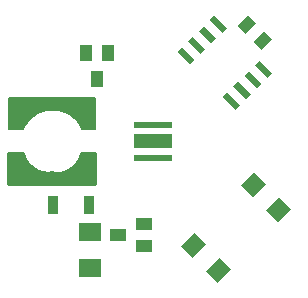
<source format=gtp>
G75*
%MOIN*%
%OFA0B0*%
%FSLAX25Y25*%
%IPPOS*%
%LPD*%
%AMOC8*
5,1,8,0,0,1.08239X$1,22.5*
%
%ADD10R,0.05000X0.05000*%
%ADD11C,0.01200*%
%ADD12C,0.00160*%
%ADD13C,0.00500*%
%ADD14R,0.12992X0.01969*%
%ADD15R,0.12992X0.05118*%
%ADD16R,0.03937X0.05512*%
%ADD17R,0.06299X0.05512*%
%ADD18R,0.05512X0.03937*%
%ADD19R,0.03543X0.06299*%
%ADD20R,0.03543X0.05118*%
%ADD21R,0.02165X0.05906*%
%ADD22R,0.07480X0.06299*%
D10*
X0086061Y0071189D03*
X0086061Y0094811D03*
D11*
X0084093Y0078866D02*
X0088620Y0078866D01*
X0088620Y0068630D01*
X0059880Y0068630D01*
X0059880Y0078866D01*
X0064407Y0078866D01*
X0064770Y0077609D01*
X0065324Y0076424D01*
X0066058Y0075340D01*
X0066951Y0074384D01*
X0067983Y0073580D01*
X0069129Y0072947D01*
X0070359Y0072501D01*
X0071644Y0072253D01*
X0072951Y0072209D01*
X0074250Y0072370D01*
X0075556Y0072162D01*
X0076879Y0072170D01*
X0078182Y0072396D01*
X0079431Y0072832D01*
X0080591Y0073467D01*
X0081631Y0074284D01*
X0082523Y0075261D01*
X0083243Y0076371D01*
X0083771Y0077583D01*
X0084093Y0078866D01*
X0083934Y0078234D02*
X0088620Y0078234D01*
X0088620Y0077036D02*
X0083532Y0077036D01*
X0082897Y0075837D02*
X0088620Y0075837D01*
X0088620Y0074639D02*
X0081955Y0074639D01*
X0080541Y0073440D02*
X0088620Y0073440D01*
X0088620Y0072242D02*
X0077292Y0072242D01*
X0075053Y0072242D02*
X0073218Y0072242D01*
X0071968Y0072242D02*
X0059880Y0072242D01*
X0059880Y0073440D02*
X0068235Y0073440D01*
X0066713Y0074639D02*
X0059880Y0074639D01*
X0059880Y0075837D02*
X0065721Y0075837D01*
X0065038Y0077036D02*
X0059880Y0077036D01*
X0059880Y0078234D02*
X0064589Y0078234D01*
X0059880Y0071043D02*
X0088620Y0071043D01*
X0088620Y0069845D02*
X0059880Y0069845D01*
X0059880Y0068646D02*
X0088620Y0068646D01*
D12*
X0085354Y0087643D02*
X0084027Y0087085D01*
X0083922Y0087323D01*
X0083810Y0087558D01*
X0083694Y0087790D01*
X0083571Y0088019D01*
X0083443Y0088245D01*
X0083309Y0088468D01*
X0083170Y0088688D01*
X0083026Y0088904D01*
X0082876Y0089117D01*
X0082722Y0089326D01*
X0082562Y0089531D01*
X0082397Y0089732D01*
X0082228Y0089929D01*
X0082054Y0090122D01*
X0081875Y0090310D01*
X0081691Y0090494D01*
X0081503Y0090674D01*
X0081311Y0090849D01*
X0081114Y0091019D01*
X0080914Y0091184D01*
X0080709Y0091345D01*
X0080501Y0091500D01*
X0080289Y0091650D01*
X0080073Y0091796D01*
X0079854Y0091935D01*
X0079632Y0092070D01*
X0079406Y0092198D01*
X0079177Y0092322D01*
X0078945Y0092440D01*
X0078711Y0092552D01*
X0078474Y0092658D01*
X0078234Y0092758D01*
X0077992Y0092853D01*
X0077747Y0092942D01*
X0077501Y0093024D01*
X0077253Y0093101D01*
X0077002Y0093171D01*
X0076751Y0093236D01*
X0076497Y0093294D01*
X0076243Y0093346D01*
X0075987Y0093392D01*
X0075730Y0093432D01*
X0075472Y0093465D01*
X0075213Y0093492D01*
X0074954Y0093513D01*
X0074695Y0093527D01*
X0074435Y0093535D01*
X0074175Y0093537D01*
X0073915Y0093532D01*
X0073656Y0093521D01*
X0073396Y0093504D01*
X0073137Y0093480D01*
X0072879Y0093450D01*
X0072622Y0093414D01*
X0072365Y0093372D01*
X0072110Y0093323D01*
X0071856Y0093268D01*
X0071603Y0093207D01*
X0071352Y0093140D01*
X0071103Y0093066D01*
X0070855Y0092987D01*
X0070610Y0092901D01*
X0070367Y0092810D01*
X0070125Y0092713D01*
X0069887Y0092610D01*
X0069651Y0092501D01*
X0069418Y0092386D01*
X0069187Y0092266D01*
X0068960Y0092140D01*
X0068736Y0092008D01*
X0068515Y0091872D01*
X0068297Y0091729D01*
X0068083Y0091582D01*
X0067873Y0091429D01*
X0067666Y0091272D01*
X0067463Y0091109D01*
X0067265Y0090941D01*
X0067070Y0090769D01*
X0066880Y0090592D01*
X0066694Y0090410D01*
X0066512Y0090224D01*
X0066336Y0090033D01*
X0066163Y0089839D01*
X0065996Y0089640D01*
X0065834Y0089437D01*
X0065676Y0089230D01*
X0065524Y0089019D01*
X0065377Y0088805D01*
X0065235Y0088587D01*
X0065099Y0088366D01*
X0064967Y0088142D01*
X0064842Y0087914D01*
X0064722Y0087683D01*
X0064608Y0087450D01*
X0064499Y0087214D01*
X0064396Y0086975D01*
X0063063Y0087518D01*
X0063179Y0087790D01*
X0063302Y0088058D01*
X0063432Y0088323D01*
X0063568Y0088585D01*
X0063710Y0088844D01*
X0063859Y0089099D01*
X0064014Y0089351D01*
X0064175Y0089598D01*
X0064342Y0089842D01*
X0064515Y0090081D01*
X0064693Y0090316D01*
X0064878Y0090547D01*
X0065068Y0090773D01*
X0065263Y0090994D01*
X0065464Y0091211D01*
X0065670Y0091422D01*
X0065881Y0091629D01*
X0066097Y0091830D01*
X0066318Y0092026D01*
X0066543Y0092217D01*
X0066773Y0092402D01*
X0067008Y0092581D01*
X0067247Y0092754D01*
X0067490Y0092922D01*
X0067737Y0093084D01*
X0067988Y0093239D01*
X0068243Y0093389D01*
X0068501Y0093532D01*
X0068763Y0093669D01*
X0069028Y0093799D01*
X0069296Y0093923D01*
X0069567Y0094040D01*
X0069841Y0094151D01*
X0070117Y0094255D01*
X0070396Y0094352D01*
X0070677Y0094442D01*
X0070960Y0094525D01*
X0071245Y0094602D01*
X0071532Y0094671D01*
X0071821Y0094734D01*
X0072111Y0094789D01*
X0072402Y0094837D01*
X0072695Y0094879D01*
X0072988Y0094913D01*
X0073282Y0094939D01*
X0073577Y0094959D01*
X0073872Y0094972D01*
X0074167Y0094977D01*
X0074462Y0094975D01*
X0074757Y0094966D01*
X0075052Y0094949D01*
X0075347Y0094926D01*
X0075640Y0094895D01*
X0075933Y0094857D01*
X0076225Y0094812D01*
X0076516Y0094760D01*
X0076805Y0094701D01*
X0077093Y0094635D01*
X0077379Y0094561D01*
X0077663Y0094481D01*
X0077945Y0094394D01*
X0078225Y0094300D01*
X0078502Y0094199D01*
X0078777Y0094092D01*
X0079050Y0093978D01*
X0079319Y0093857D01*
X0079586Y0093729D01*
X0079849Y0093596D01*
X0080109Y0093455D01*
X0080365Y0093309D01*
X0080618Y0093156D01*
X0080867Y0092997D01*
X0081112Y0092832D01*
X0081352Y0092662D01*
X0081589Y0092485D01*
X0081821Y0092303D01*
X0082049Y0092115D01*
X0082272Y0091921D01*
X0082490Y0091722D01*
X0082704Y0091518D01*
X0082912Y0091309D01*
X0083115Y0091095D01*
X0083313Y0090875D01*
X0083505Y0090651D01*
X0083692Y0090423D01*
X0083874Y0090190D01*
X0084049Y0089952D01*
X0084219Y0089711D01*
X0084383Y0089465D01*
X0084540Y0089215D01*
X0084692Y0088962D01*
X0084837Y0088705D01*
X0084976Y0088444D01*
X0085109Y0088181D01*
X0085235Y0087914D01*
X0085355Y0087644D01*
X0085215Y0087585D01*
X0085097Y0087852D01*
X0084973Y0088115D01*
X0084842Y0088376D01*
X0084704Y0088633D01*
X0084561Y0088887D01*
X0084411Y0089137D01*
X0084256Y0089384D01*
X0084094Y0089626D01*
X0083926Y0089865D01*
X0083753Y0090099D01*
X0083574Y0090329D01*
X0083389Y0090555D01*
X0083199Y0090776D01*
X0083004Y0090993D01*
X0082803Y0091204D01*
X0082598Y0091411D01*
X0082387Y0091612D01*
X0082171Y0091809D01*
X0081951Y0092000D01*
X0081726Y0092185D01*
X0081497Y0092365D01*
X0081263Y0092540D01*
X0081025Y0092708D01*
X0080783Y0092871D01*
X0080538Y0093028D01*
X0080288Y0093179D01*
X0080035Y0093324D01*
X0079778Y0093462D01*
X0079518Y0093594D01*
X0079255Y0093720D01*
X0078989Y0093839D01*
X0078720Y0093952D01*
X0078449Y0094058D01*
X0078175Y0094158D01*
X0077898Y0094250D01*
X0077620Y0094336D01*
X0077339Y0094416D01*
X0077057Y0094488D01*
X0076773Y0094553D01*
X0076487Y0094612D01*
X0076200Y0094663D01*
X0075912Y0094708D01*
X0075623Y0094745D01*
X0075333Y0094775D01*
X0075042Y0094799D01*
X0074751Y0094815D01*
X0074459Y0094824D01*
X0074168Y0094826D01*
X0073876Y0094821D01*
X0073585Y0094808D01*
X0073294Y0094789D01*
X0073004Y0094762D01*
X0072714Y0094729D01*
X0072425Y0094688D01*
X0072138Y0094640D01*
X0071851Y0094586D01*
X0071566Y0094524D01*
X0071283Y0094456D01*
X0071001Y0094380D01*
X0070722Y0094298D01*
X0070444Y0094209D01*
X0070169Y0094113D01*
X0069896Y0094010D01*
X0069625Y0093901D01*
X0069358Y0093785D01*
X0069093Y0093663D01*
X0068832Y0093534D01*
X0068573Y0093399D01*
X0068318Y0093258D01*
X0068067Y0093110D01*
X0067819Y0092957D01*
X0067575Y0092797D01*
X0067335Y0092632D01*
X0067099Y0092460D01*
X0066867Y0092283D01*
X0066640Y0092101D01*
X0066417Y0091912D01*
X0066199Y0091719D01*
X0065986Y0091520D01*
X0065777Y0091316D01*
X0065574Y0091107D01*
X0065376Y0090894D01*
X0065183Y0090675D01*
X0064995Y0090452D01*
X0064813Y0090224D01*
X0064637Y0089992D01*
X0064466Y0089755D01*
X0064301Y0089515D01*
X0064142Y0089271D01*
X0063989Y0089022D01*
X0063842Y0088770D01*
X0063702Y0088515D01*
X0063567Y0088256D01*
X0063439Y0087994D01*
X0063318Y0087729D01*
X0063202Y0087461D01*
X0063342Y0087404D01*
X0063456Y0087669D01*
X0063576Y0087931D01*
X0063702Y0088189D01*
X0063835Y0088445D01*
X0063974Y0088697D01*
X0064119Y0088945D01*
X0064270Y0089190D01*
X0064427Y0089432D01*
X0064590Y0089669D01*
X0064758Y0089903D01*
X0064933Y0090132D01*
X0065112Y0090357D01*
X0065298Y0090577D01*
X0065488Y0090793D01*
X0065684Y0091004D01*
X0065885Y0091210D01*
X0066090Y0091411D01*
X0066301Y0091608D01*
X0066516Y0091799D01*
X0066736Y0091984D01*
X0066961Y0092165D01*
X0067189Y0092339D01*
X0067422Y0092509D01*
X0067659Y0092672D01*
X0067900Y0092830D01*
X0068145Y0092981D01*
X0068393Y0093127D01*
X0068645Y0093266D01*
X0068900Y0093400D01*
X0069158Y0093527D01*
X0069420Y0093647D01*
X0069684Y0093762D01*
X0069951Y0093869D01*
X0070220Y0093971D01*
X0070492Y0094065D01*
X0070766Y0094153D01*
X0071042Y0094235D01*
X0071321Y0094309D01*
X0071600Y0094377D01*
X0071882Y0094438D01*
X0072164Y0094492D01*
X0072448Y0094539D01*
X0072733Y0094579D01*
X0073019Y0094612D01*
X0073306Y0094638D01*
X0073593Y0094658D01*
X0073881Y0094670D01*
X0074169Y0094675D01*
X0074457Y0094673D01*
X0074744Y0094664D01*
X0075032Y0094648D01*
X0075319Y0094625D01*
X0075605Y0094595D01*
X0075890Y0094558D01*
X0076175Y0094514D01*
X0076458Y0094464D01*
X0076740Y0094406D01*
X0077021Y0094341D01*
X0077300Y0094270D01*
X0077577Y0094192D01*
X0077852Y0094107D01*
X0078125Y0094015D01*
X0078395Y0093917D01*
X0078663Y0093812D01*
X0078929Y0093701D01*
X0079192Y0093583D01*
X0079451Y0093459D01*
X0079708Y0093328D01*
X0079961Y0093192D01*
X0080211Y0093049D01*
X0080458Y0092900D01*
X0080700Y0092745D01*
X0080939Y0092585D01*
X0081174Y0092418D01*
X0081405Y0092246D01*
X0081631Y0092068D01*
X0081853Y0091885D01*
X0082071Y0091696D01*
X0082283Y0091502D01*
X0082491Y0091303D01*
X0082694Y0091099D01*
X0082893Y0090891D01*
X0083085Y0090677D01*
X0083273Y0090459D01*
X0083455Y0090236D01*
X0083632Y0090009D01*
X0083803Y0089777D01*
X0083969Y0089542D01*
X0084128Y0089302D01*
X0084282Y0089059D01*
X0084430Y0088812D01*
X0084572Y0088561D01*
X0084707Y0088307D01*
X0084837Y0088050D01*
X0084960Y0087790D01*
X0085076Y0087527D01*
X0084937Y0087468D01*
X0084822Y0087728D01*
X0084700Y0087985D01*
X0084573Y0088239D01*
X0084439Y0088489D01*
X0084299Y0088737D01*
X0084153Y0088980D01*
X0084001Y0089221D01*
X0083844Y0089457D01*
X0083680Y0089690D01*
X0083511Y0089918D01*
X0083337Y0090142D01*
X0083157Y0090362D01*
X0082972Y0090578D01*
X0082781Y0090789D01*
X0082586Y0090995D01*
X0082385Y0091196D01*
X0082180Y0091392D01*
X0081970Y0091584D01*
X0081755Y0091770D01*
X0081536Y0091951D01*
X0081312Y0092126D01*
X0081085Y0092296D01*
X0080853Y0092461D01*
X0080617Y0092619D01*
X0080377Y0092772D01*
X0080134Y0092919D01*
X0079888Y0093060D01*
X0079637Y0093195D01*
X0079384Y0093324D01*
X0079128Y0093446D01*
X0078868Y0093562D01*
X0078606Y0093672D01*
X0078342Y0093776D01*
X0078075Y0093873D01*
X0077805Y0093963D01*
X0077534Y0094047D01*
X0077260Y0094124D01*
X0076985Y0094195D01*
X0076708Y0094258D01*
X0076430Y0094315D01*
X0076150Y0094365D01*
X0075869Y0094409D01*
X0075587Y0094445D01*
X0075305Y0094475D01*
X0075021Y0094497D01*
X0074738Y0094513D01*
X0074454Y0094522D01*
X0074170Y0094524D01*
X0073885Y0094519D01*
X0073602Y0094507D01*
X0073318Y0094488D01*
X0073035Y0094462D01*
X0072753Y0094429D01*
X0072471Y0094390D01*
X0072191Y0094343D01*
X0071912Y0094290D01*
X0071634Y0094230D01*
X0071358Y0094163D01*
X0071084Y0094089D01*
X0070811Y0094009D01*
X0070540Y0093922D01*
X0070272Y0093829D01*
X0070006Y0093729D01*
X0069743Y0093622D01*
X0069482Y0093510D01*
X0069224Y0093391D01*
X0068969Y0093265D01*
X0068717Y0093134D01*
X0068468Y0092996D01*
X0068223Y0092852D01*
X0067982Y0092702D01*
X0067744Y0092547D01*
X0067510Y0092386D01*
X0067280Y0092219D01*
X0067054Y0092046D01*
X0066833Y0091868D01*
X0066616Y0091685D01*
X0066403Y0091496D01*
X0066195Y0091303D01*
X0065992Y0091104D01*
X0065794Y0090900D01*
X0065600Y0090692D01*
X0065412Y0090479D01*
X0065230Y0090261D01*
X0065052Y0090040D01*
X0064880Y0089813D01*
X0064714Y0089583D01*
X0064553Y0089349D01*
X0064398Y0089110D01*
X0064249Y0088869D01*
X0064106Y0088623D01*
X0063969Y0088374D01*
X0063838Y0088122D01*
X0063713Y0087867D01*
X0063594Y0087609D01*
X0063482Y0087347D01*
X0063622Y0087290D01*
X0063733Y0087548D01*
X0063850Y0087803D01*
X0063973Y0088055D01*
X0064102Y0088304D01*
X0064238Y0088549D01*
X0064379Y0088792D01*
X0064526Y0089030D01*
X0064679Y0089265D01*
X0064838Y0089497D01*
X0065002Y0089724D01*
X0065172Y0089947D01*
X0065347Y0090166D01*
X0065527Y0090381D01*
X0065713Y0090591D01*
X0065904Y0090797D01*
X0066099Y0090998D01*
X0066300Y0091194D01*
X0066505Y0091385D01*
X0066715Y0091571D01*
X0066929Y0091752D01*
X0067148Y0091928D01*
X0067371Y0092098D01*
X0067598Y0092263D01*
X0067829Y0092422D01*
X0068063Y0092575D01*
X0068302Y0092723D01*
X0068544Y0092865D01*
X0068789Y0093001D01*
X0069038Y0093131D01*
X0069289Y0093254D01*
X0069544Y0093372D01*
X0069801Y0093483D01*
X0070061Y0093588D01*
X0070324Y0093687D01*
X0070589Y0093779D01*
X0070856Y0093865D01*
X0071125Y0093944D01*
X0071396Y0094017D01*
X0071668Y0094083D01*
X0071942Y0094142D01*
X0072218Y0094195D01*
X0072494Y0094240D01*
X0072772Y0094280D01*
X0073051Y0094312D01*
X0073330Y0094337D01*
X0073610Y0094356D01*
X0073890Y0094368D01*
X0074170Y0094373D01*
X0074451Y0094371D01*
X0074731Y0094362D01*
X0075011Y0094347D01*
X0075291Y0094324D01*
X0075570Y0094295D01*
X0075848Y0094259D01*
X0076125Y0094217D01*
X0076401Y0094167D01*
X0076676Y0094111D01*
X0076949Y0094048D01*
X0077221Y0093978D01*
X0077491Y0093902D01*
X0077759Y0093819D01*
X0078025Y0093730D01*
X0078288Y0093635D01*
X0078549Y0093532D01*
X0078808Y0093424D01*
X0079064Y0093309D01*
X0079317Y0093188D01*
X0079567Y0093061D01*
X0079814Y0092928D01*
X0080057Y0092789D01*
X0080297Y0092644D01*
X0080534Y0092493D01*
X0080767Y0092337D01*
X0080995Y0092174D01*
X0081220Y0092007D01*
X0081441Y0091834D01*
X0081657Y0091655D01*
X0081869Y0091471D01*
X0082076Y0091283D01*
X0082279Y0091089D01*
X0082477Y0090890D01*
X0082670Y0090687D01*
X0082858Y0090478D01*
X0083041Y0090266D01*
X0083218Y0090049D01*
X0083391Y0089827D01*
X0083557Y0089602D01*
X0083719Y0089372D01*
X0083874Y0089139D01*
X0084024Y0088902D01*
X0084168Y0088661D01*
X0084306Y0088417D01*
X0084438Y0088170D01*
X0084564Y0087919D01*
X0084684Y0087666D01*
X0084798Y0087409D01*
X0084659Y0087351D01*
X0084546Y0087604D01*
X0084428Y0087854D01*
X0084304Y0088101D01*
X0084173Y0088345D01*
X0084037Y0088586D01*
X0083895Y0088824D01*
X0083747Y0089058D01*
X0083593Y0089288D01*
X0083434Y0089514D01*
X0083270Y0089737D01*
X0083100Y0089955D01*
X0082924Y0090169D01*
X0082744Y0090379D01*
X0082559Y0090585D01*
X0082368Y0090785D01*
X0082173Y0090981D01*
X0081973Y0091173D01*
X0081768Y0091359D01*
X0081559Y0091540D01*
X0081346Y0091716D01*
X0081128Y0091887D01*
X0080906Y0092053D01*
X0080680Y0092213D01*
X0080451Y0092367D01*
X0080217Y0092516D01*
X0079980Y0092659D01*
X0079740Y0092796D01*
X0079497Y0092928D01*
X0079250Y0093053D01*
X0079000Y0093172D01*
X0078748Y0093286D01*
X0078492Y0093393D01*
X0078235Y0093493D01*
X0077975Y0093588D01*
X0077712Y0093676D01*
X0077448Y0093757D01*
X0077181Y0093833D01*
X0076913Y0093901D01*
X0076644Y0093963D01*
X0076372Y0094019D01*
X0076100Y0094068D01*
X0075827Y0094110D01*
X0075552Y0094145D01*
X0075277Y0094174D01*
X0075001Y0094196D01*
X0074725Y0094211D01*
X0074448Y0094220D01*
X0074171Y0094222D01*
X0073895Y0094217D01*
X0073618Y0094205D01*
X0073342Y0094187D01*
X0073066Y0094162D01*
X0072791Y0094130D01*
X0072517Y0094091D01*
X0072244Y0094046D01*
X0071973Y0093994D01*
X0071702Y0093936D01*
X0071433Y0093870D01*
X0071166Y0093799D01*
X0070900Y0093721D01*
X0070637Y0093636D01*
X0070375Y0093545D01*
X0070116Y0093448D01*
X0069860Y0093344D01*
X0069606Y0093234D01*
X0069355Y0093118D01*
X0069106Y0092996D01*
X0068861Y0092868D01*
X0068619Y0092734D01*
X0068380Y0092594D01*
X0068145Y0092448D01*
X0067913Y0092297D01*
X0067685Y0092140D01*
X0067461Y0091977D01*
X0067241Y0091809D01*
X0067026Y0091636D01*
X0066814Y0091457D01*
X0066607Y0091274D01*
X0066405Y0091085D01*
X0066207Y0090892D01*
X0066014Y0090693D01*
X0065825Y0090491D01*
X0065642Y0090283D01*
X0065464Y0090071D01*
X0065291Y0089855D01*
X0065124Y0089635D01*
X0064962Y0089410D01*
X0064805Y0089182D01*
X0064654Y0088950D01*
X0064509Y0088715D01*
X0064369Y0088476D01*
X0064236Y0088233D01*
X0064108Y0087988D01*
X0063987Y0087739D01*
X0063871Y0087488D01*
X0063762Y0087234D01*
X0063902Y0087177D01*
X0064010Y0087427D01*
X0064124Y0087675D01*
X0064244Y0087921D01*
X0064369Y0088163D01*
X0064501Y0088402D01*
X0064639Y0088638D01*
X0064782Y0088870D01*
X0064931Y0089099D01*
X0065086Y0089324D01*
X0065246Y0089546D01*
X0065411Y0089763D01*
X0065581Y0089976D01*
X0065757Y0090185D01*
X0065938Y0090390D01*
X0066124Y0090590D01*
X0066314Y0090786D01*
X0066509Y0090976D01*
X0066709Y0091162D01*
X0066913Y0091344D01*
X0067122Y0091520D01*
X0067335Y0091691D01*
X0067552Y0091856D01*
X0067773Y0092017D01*
X0067998Y0092172D01*
X0068226Y0092321D01*
X0068458Y0092465D01*
X0068694Y0092603D01*
X0068933Y0092735D01*
X0069175Y0092862D01*
X0069420Y0092982D01*
X0069668Y0093097D01*
X0069918Y0093205D01*
X0070172Y0093307D01*
X0070427Y0093403D01*
X0070685Y0093493D01*
X0070945Y0093576D01*
X0071207Y0093654D01*
X0071471Y0093724D01*
X0071736Y0093788D01*
X0072003Y0093846D01*
X0072271Y0093897D01*
X0072540Y0093942D01*
X0072811Y0093980D01*
X0073082Y0094011D01*
X0073354Y0094036D01*
X0073626Y0094054D01*
X0073899Y0094066D01*
X0074172Y0094071D01*
X0074445Y0094069D01*
X0074718Y0094061D01*
X0074991Y0094045D01*
X0075263Y0094024D01*
X0075534Y0093995D01*
X0075805Y0093960D01*
X0076075Y0093919D01*
X0076344Y0093871D01*
X0076611Y0093816D01*
X0076877Y0093755D01*
X0077142Y0093687D01*
X0077405Y0093613D01*
X0077666Y0093532D01*
X0077924Y0093445D01*
X0078181Y0093352D01*
X0078435Y0093253D01*
X0078687Y0093147D01*
X0078936Y0093036D01*
X0079183Y0092918D01*
X0079426Y0092794D01*
X0079666Y0092665D01*
X0079904Y0092529D01*
X0080137Y0092388D01*
X0080367Y0092241D01*
X0080594Y0092089D01*
X0080817Y0091931D01*
X0081036Y0091768D01*
X0081250Y0091599D01*
X0081461Y0091425D01*
X0081667Y0091247D01*
X0081869Y0091063D01*
X0082067Y0090874D01*
X0082259Y0090681D01*
X0082447Y0090482D01*
X0082630Y0090280D01*
X0082808Y0090073D01*
X0082981Y0089862D01*
X0083149Y0089646D01*
X0083311Y0089427D01*
X0083468Y0089203D01*
X0083620Y0088976D01*
X0083766Y0088745D01*
X0083906Y0088511D01*
X0084041Y0088273D01*
X0084169Y0088033D01*
X0084292Y0087789D01*
X0084409Y0087542D01*
X0084519Y0087292D01*
X0084380Y0087234D01*
X0084271Y0087480D01*
X0084156Y0087723D01*
X0084035Y0087964D01*
X0083908Y0088202D01*
X0083775Y0088436D01*
X0083637Y0088667D01*
X0083493Y0088895D01*
X0083343Y0089119D01*
X0083188Y0089339D01*
X0083028Y0089556D01*
X0082863Y0089768D01*
X0082692Y0089976D01*
X0082516Y0090181D01*
X0082336Y0090380D01*
X0082151Y0090576D01*
X0081960Y0090767D01*
X0081766Y0090953D01*
X0081567Y0091134D01*
X0081363Y0091310D01*
X0081155Y0091482D01*
X0080943Y0091648D01*
X0080727Y0091809D01*
X0080508Y0091965D01*
X0080284Y0092115D01*
X0080057Y0092260D01*
X0079827Y0092399D01*
X0079593Y0092533D01*
X0079356Y0092661D01*
X0079116Y0092783D01*
X0078873Y0092899D01*
X0078627Y0093009D01*
X0078378Y0093113D01*
X0078128Y0093211D01*
X0077874Y0093303D01*
X0077619Y0093389D01*
X0077362Y0093468D01*
X0077102Y0093541D01*
X0076842Y0093608D01*
X0076579Y0093668D01*
X0076315Y0093722D01*
X0076050Y0093770D01*
X0075784Y0093811D01*
X0075517Y0093845D01*
X0075249Y0093873D01*
X0074980Y0093895D01*
X0074712Y0093910D01*
X0074442Y0093918D01*
X0074173Y0093920D01*
X0073904Y0093915D01*
X0073635Y0093904D01*
X0073366Y0093886D01*
X0073098Y0093861D01*
X0072830Y0093830D01*
X0072563Y0093793D01*
X0072298Y0093749D01*
X0072033Y0093698D01*
X0071770Y0093641D01*
X0071508Y0093578D01*
X0071248Y0093508D01*
X0070990Y0093432D01*
X0070733Y0093350D01*
X0070479Y0093261D01*
X0070227Y0093167D01*
X0069977Y0093066D01*
X0069730Y0092959D01*
X0069485Y0092846D01*
X0069243Y0092727D01*
X0069005Y0092602D01*
X0068769Y0092472D01*
X0068537Y0092336D01*
X0068308Y0092194D01*
X0068082Y0092047D01*
X0067861Y0091894D01*
X0067643Y0091736D01*
X0067429Y0091572D01*
X0067219Y0091404D01*
X0067013Y0091230D01*
X0066811Y0091051D01*
X0066614Y0090868D01*
X0066421Y0090679D01*
X0066234Y0090486D01*
X0066050Y0090289D01*
X0065872Y0090087D01*
X0065699Y0089881D01*
X0065530Y0089671D01*
X0065367Y0089456D01*
X0065210Y0089238D01*
X0065057Y0089016D01*
X0064910Y0088790D01*
X0064769Y0088561D01*
X0064633Y0088328D01*
X0064503Y0088093D01*
X0064379Y0087854D01*
X0064260Y0087612D01*
X0064148Y0087367D01*
X0064041Y0087120D01*
X0064181Y0087063D01*
X0064286Y0087307D01*
X0064397Y0087548D01*
X0064514Y0087786D01*
X0064637Y0088022D01*
X0064765Y0088255D01*
X0064899Y0088484D01*
X0065038Y0088710D01*
X0065183Y0088933D01*
X0065334Y0089152D01*
X0065489Y0089367D01*
X0065650Y0089578D01*
X0065816Y0089786D01*
X0065987Y0089989D01*
X0066163Y0090188D01*
X0066343Y0090383D01*
X0066529Y0090573D01*
X0066719Y0090759D01*
X0066913Y0090940D01*
X0067112Y0091116D01*
X0067315Y0091287D01*
X0067522Y0091454D01*
X0067733Y0091615D01*
X0067948Y0091771D01*
X0068167Y0091922D01*
X0068389Y0092067D01*
X0068615Y0092207D01*
X0068844Y0092341D01*
X0069077Y0092470D01*
X0069312Y0092593D01*
X0069551Y0092710D01*
X0069792Y0092821D01*
X0070035Y0092927D01*
X0070282Y0093026D01*
X0070530Y0093119D01*
X0070781Y0093207D01*
X0071034Y0093288D01*
X0071289Y0093363D01*
X0071546Y0093432D01*
X0071804Y0093494D01*
X0072063Y0093550D01*
X0072324Y0093600D01*
X0072586Y0093643D01*
X0072849Y0093680D01*
X0073113Y0093711D01*
X0073378Y0093735D01*
X0073643Y0093753D01*
X0073908Y0093764D01*
X0074174Y0093769D01*
X0074439Y0093767D01*
X0074705Y0093759D01*
X0074970Y0093744D01*
X0075235Y0093723D01*
X0075499Y0093695D01*
X0075763Y0093661D01*
X0076025Y0093621D01*
X0076287Y0093574D01*
X0076547Y0093521D01*
X0076806Y0093461D01*
X0077063Y0093395D01*
X0077319Y0093323D01*
X0077572Y0093245D01*
X0077824Y0093160D01*
X0078074Y0093070D01*
X0078321Y0092973D01*
X0078566Y0092870D01*
X0078809Y0092762D01*
X0079048Y0092647D01*
X0079285Y0092527D01*
X0079519Y0092401D01*
X0079750Y0092269D01*
X0079977Y0092132D01*
X0080201Y0091989D01*
X0080421Y0091841D01*
X0080638Y0091687D01*
X0080851Y0091529D01*
X0081060Y0091365D01*
X0081265Y0091196D01*
X0081466Y0091022D01*
X0081662Y0090843D01*
X0081854Y0090659D01*
X0082042Y0090471D01*
X0082225Y0090278D01*
X0082403Y0090081D01*
X0082576Y0089880D01*
X0082744Y0089674D01*
X0082907Y0089465D01*
X0083065Y0089251D01*
X0083218Y0089034D01*
X0083366Y0088813D01*
X0083508Y0088589D01*
X0083644Y0088361D01*
X0083775Y0088130D01*
X0083900Y0087895D01*
X0084020Y0087658D01*
X0084133Y0087418D01*
X0084241Y0087175D01*
X0084102Y0087117D01*
X0083996Y0087356D01*
X0083884Y0087593D01*
X0083766Y0087827D01*
X0083642Y0088058D01*
X0083513Y0088286D01*
X0083379Y0088510D01*
X0083238Y0088732D01*
X0083093Y0088950D01*
X0082942Y0089164D01*
X0082787Y0089374D01*
X0082626Y0089581D01*
X0082460Y0089784D01*
X0082289Y0089982D01*
X0082113Y0090176D01*
X0081933Y0090366D01*
X0081748Y0090552D01*
X0081559Y0090733D01*
X0081365Y0090909D01*
X0081167Y0091081D01*
X0080965Y0091247D01*
X0080759Y0091409D01*
X0080549Y0091566D01*
X0080335Y0091717D01*
X0080118Y0091863D01*
X0079897Y0092004D01*
X0079673Y0092139D01*
X0079445Y0092269D01*
X0079215Y0092393D01*
X0078981Y0092512D01*
X0078745Y0092625D01*
X0078506Y0092732D01*
X0078264Y0092833D01*
X0078020Y0092929D01*
X0077774Y0093018D01*
X0077526Y0093101D01*
X0077276Y0093179D01*
X0077024Y0093250D01*
X0076770Y0093315D01*
X0076515Y0093373D01*
X0076258Y0093426D01*
X0076000Y0093472D01*
X0075741Y0093512D01*
X0075481Y0093545D01*
X0075221Y0093573D01*
X0074960Y0093594D01*
X0074698Y0093608D01*
X0074437Y0093616D01*
X0074175Y0093618D01*
X0073913Y0093613D01*
X0073651Y0093602D01*
X0073390Y0093585D01*
X0073129Y0093561D01*
X0072869Y0093531D01*
X0072609Y0093494D01*
X0072351Y0093451D01*
X0072094Y0093402D01*
X0071838Y0093347D01*
X0071583Y0093285D01*
X0071330Y0093218D01*
X0071079Y0093144D01*
X0070829Y0093064D01*
X0070582Y0092978D01*
X0070337Y0092885D01*
X0070094Y0092787D01*
X0069854Y0092683D01*
X0069616Y0092574D01*
X0069381Y0092458D01*
X0069149Y0092337D01*
X0068919Y0092210D01*
X0068694Y0092078D01*
X0068471Y0091940D01*
X0068252Y0091796D01*
X0068036Y0091648D01*
X0067824Y0091494D01*
X0067616Y0091335D01*
X0067411Y0091171D01*
X0067211Y0091002D01*
X0067015Y0090829D01*
X0066824Y0090650D01*
X0066636Y0090467D01*
X0066453Y0090279D01*
X0066275Y0090087D01*
X0066102Y0089891D01*
X0065933Y0089691D01*
X0065770Y0089486D01*
X0065611Y0089278D01*
X0065458Y0089066D01*
X0065309Y0088850D01*
X0065166Y0088630D01*
X0065029Y0088407D01*
X0064897Y0088181D01*
X0064770Y0087952D01*
X0064649Y0087719D01*
X0064534Y0087484D01*
X0064425Y0087246D01*
X0064321Y0087006D01*
X0063146Y0078357D02*
X0064473Y0078915D01*
X0064578Y0078677D01*
X0064690Y0078442D01*
X0064806Y0078210D01*
X0064929Y0077981D01*
X0065057Y0077755D01*
X0065191Y0077532D01*
X0065330Y0077312D01*
X0065474Y0077096D01*
X0065624Y0076883D01*
X0065778Y0076674D01*
X0065938Y0076469D01*
X0066103Y0076268D01*
X0066272Y0076071D01*
X0066446Y0075878D01*
X0066625Y0075690D01*
X0066809Y0075506D01*
X0066997Y0075326D01*
X0067189Y0075151D01*
X0067386Y0074981D01*
X0067586Y0074816D01*
X0067791Y0074655D01*
X0067999Y0074500D01*
X0068211Y0074350D01*
X0068427Y0074204D01*
X0068646Y0074065D01*
X0068868Y0073930D01*
X0069094Y0073802D01*
X0069323Y0073678D01*
X0069555Y0073560D01*
X0069789Y0073448D01*
X0070026Y0073342D01*
X0070266Y0073242D01*
X0070508Y0073147D01*
X0070753Y0073058D01*
X0070999Y0072976D01*
X0071247Y0072899D01*
X0071498Y0072829D01*
X0071749Y0072764D01*
X0072003Y0072706D01*
X0072257Y0072654D01*
X0072513Y0072608D01*
X0072770Y0072568D01*
X0073028Y0072535D01*
X0073287Y0072508D01*
X0073546Y0072487D01*
X0073805Y0072473D01*
X0074065Y0072465D01*
X0074325Y0072463D01*
X0074585Y0072468D01*
X0074844Y0072479D01*
X0075104Y0072496D01*
X0075363Y0072520D01*
X0075621Y0072550D01*
X0075878Y0072586D01*
X0076135Y0072628D01*
X0076390Y0072677D01*
X0076644Y0072732D01*
X0076897Y0072793D01*
X0077148Y0072860D01*
X0077397Y0072934D01*
X0077645Y0073013D01*
X0077890Y0073099D01*
X0078133Y0073190D01*
X0078375Y0073287D01*
X0078613Y0073390D01*
X0078849Y0073499D01*
X0079082Y0073614D01*
X0079313Y0073734D01*
X0079540Y0073860D01*
X0079764Y0073992D01*
X0079985Y0074128D01*
X0080203Y0074271D01*
X0080417Y0074418D01*
X0080627Y0074571D01*
X0080834Y0074728D01*
X0081037Y0074891D01*
X0081235Y0075059D01*
X0081430Y0075231D01*
X0081620Y0075408D01*
X0081806Y0075590D01*
X0081988Y0075776D01*
X0082164Y0075967D01*
X0082337Y0076161D01*
X0082504Y0076360D01*
X0082666Y0076563D01*
X0082824Y0076770D01*
X0082976Y0076981D01*
X0083123Y0077195D01*
X0083265Y0077413D01*
X0083401Y0077634D01*
X0083533Y0077858D01*
X0083658Y0078086D01*
X0083778Y0078317D01*
X0083892Y0078550D01*
X0084001Y0078786D01*
X0084104Y0079025D01*
X0085437Y0078482D01*
X0085321Y0078210D01*
X0085198Y0077942D01*
X0085068Y0077677D01*
X0084932Y0077415D01*
X0084790Y0077156D01*
X0084641Y0076901D01*
X0084486Y0076649D01*
X0084325Y0076402D01*
X0084158Y0076158D01*
X0083985Y0075919D01*
X0083807Y0075684D01*
X0083622Y0075453D01*
X0083432Y0075227D01*
X0083237Y0075006D01*
X0083036Y0074789D01*
X0082830Y0074578D01*
X0082619Y0074371D01*
X0082403Y0074170D01*
X0082182Y0073974D01*
X0081957Y0073783D01*
X0081727Y0073598D01*
X0081492Y0073419D01*
X0081253Y0073246D01*
X0081010Y0073078D01*
X0080763Y0072916D01*
X0080512Y0072761D01*
X0080257Y0072611D01*
X0079999Y0072468D01*
X0079737Y0072331D01*
X0079472Y0072201D01*
X0079204Y0072077D01*
X0078933Y0071960D01*
X0078659Y0071849D01*
X0078383Y0071745D01*
X0078104Y0071648D01*
X0077823Y0071558D01*
X0077540Y0071475D01*
X0077255Y0071398D01*
X0076968Y0071329D01*
X0076679Y0071266D01*
X0076389Y0071211D01*
X0076098Y0071163D01*
X0075805Y0071121D01*
X0075512Y0071087D01*
X0075218Y0071061D01*
X0074923Y0071041D01*
X0074628Y0071028D01*
X0074333Y0071023D01*
X0074038Y0071025D01*
X0073743Y0071034D01*
X0073448Y0071051D01*
X0073153Y0071074D01*
X0072860Y0071105D01*
X0072567Y0071143D01*
X0072275Y0071188D01*
X0071984Y0071240D01*
X0071695Y0071299D01*
X0071407Y0071365D01*
X0071121Y0071439D01*
X0070837Y0071519D01*
X0070555Y0071606D01*
X0070275Y0071700D01*
X0069998Y0071801D01*
X0069723Y0071908D01*
X0069450Y0072022D01*
X0069181Y0072143D01*
X0068914Y0072271D01*
X0068651Y0072404D01*
X0068391Y0072545D01*
X0068135Y0072691D01*
X0067882Y0072844D01*
X0067633Y0073003D01*
X0067388Y0073168D01*
X0067148Y0073338D01*
X0066911Y0073515D01*
X0066679Y0073697D01*
X0066451Y0073885D01*
X0066228Y0074079D01*
X0066010Y0074278D01*
X0065796Y0074482D01*
X0065588Y0074691D01*
X0065385Y0074905D01*
X0065187Y0075125D01*
X0064995Y0075349D01*
X0064808Y0075577D01*
X0064626Y0075810D01*
X0064451Y0076048D01*
X0064281Y0076289D01*
X0064117Y0076535D01*
X0063960Y0076785D01*
X0063808Y0077038D01*
X0063663Y0077295D01*
X0063524Y0077556D01*
X0063391Y0077819D01*
X0063265Y0078086D01*
X0063145Y0078356D01*
X0063285Y0078415D01*
X0063403Y0078148D01*
X0063527Y0077885D01*
X0063658Y0077624D01*
X0063796Y0077367D01*
X0063939Y0077113D01*
X0064089Y0076863D01*
X0064244Y0076616D01*
X0064406Y0076374D01*
X0064574Y0076135D01*
X0064747Y0075901D01*
X0064926Y0075671D01*
X0065111Y0075445D01*
X0065301Y0075224D01*
X0065496Y0075007D01*
X0065697Y0074796D01*
X0065902Y0074589D01*
X0066113Y0074388D01*
X0066329Y0074191D01*
X0066549Y0074000D01*
X0066774Y0073815D01*
X0067003Y0073635D01*
X0067237Y0073460D01*
X0067475Y0073292D01*
X0067717Y0073129D01*
X0067962Y0072972D01*
X0068212Y0072821D01*
X0068465Y0072676D01*
X0068722Y0072538D01*
X0068982Y0072406D01*
X0069245Y0072280D01*
X0069511Y0072161D01*
X0069780Y0072048D01*
X0070051Y0071942D01*
X0070325Y0071842D01*
X0070602Y0071750D01*
X0070880Y0071664D01*
X0071161Y0071584D01*
X0071443Y0071512D01*
X0071727Y0071447D01*
X0072013Y0071388D01*
X0072300Y0071337D01*
X0072588Y0071292D01*
X0072877Y0071255D01*
X0073167Y0071225D01*
X0073458Y0071201D01*
X0073749Y0071185D01*
X0074041Y0071176D01*
X0074332Y0071174D01*
X0074624Y0071179D01*
X0074915Y0071192D01*
X0075206Y0071211D01*
X0075496Y0071238D01*
X0075786Y0071271D01*
X0076075Y0071312D01*
X0076362Y0071360D01*
X0076649Y0071414D01*
X0076934Y0071476D01*
X0077217Y0071544D01*
X0077499Y0071620D01*
X0077778Y0071702D01*
X0078056Y0071791D01*
X0078331Y0071887D01*
X0078604Y0071990D01*
X0078875Y0072099D01*
X0079142Y0072215D01*
X0079407Y0072337D01*
X0079668Y0072466D01*
X0079927Y0072601D01*
X0080182Y0072742D01*
X0080433Y0072890D01*
X0080681Y0073043D01*
X0080925Y0073203D01*
X0081165Y0073368D01*
X0081401Y0073540D01*
X0081633Y0073717D01*
X0081860Y0073899D01*
X0082083Y0074088D01*
X0082301Y0074281D01*
X0082514Y0074480D01*
X0082723Y0074684D01*
X0082926Y0074893D01*
X0083124Y0075106D01*
X0083317Y0075325D01*
X0083505Y0075548D01*
X0083687Y0075776D01*
X0083863Y0076008D01*
X0084034Y0076245D01*
X0084199Y0076485D01*
X0084358Y0076729D01*
X0084511Y0076978D01*
X0084658Y0077230D01*
X0084798Y0077485D01*
X0084933Y0077744D01*
X0085061Y0078006D01*
X0085182Y0078271D01*
X0085298Y0078539D01*
X0085158Y0078596D01*
X0085044Y0078331D01*
X0084924Y0078069D01*
X0084798Y0077811D01*
X0084665Y0077555D01*
X0084526Y0077303D01*
X0084381Y0077055D01*
X0084230Y0076810D01*
X0084073Y0076568D01*
X0083910Y0076331D01*
X0083742Y0076097D01*
X0083567Y0075868D01*
X0083388Y0075643D01*
X0083202Y0075423D01*
X0083012Y0075207D01*
X0082816Y0074996D01*
X0082615Y0074790D01*
X0082410Y0074589D01*
X0082199Y0074392D01*
X0081984Y0074201D01*
X0081764Y0074016D01*
X0081539Y0073835D01*
X0081311Y0073661D01*
X0081078Y0073491D01*
X0080841Y0073328D01*
X0080600Y0073170D01*
X0080355Y0073019D01*
X0080107Y0072873D01*
X0079855Y0072734D01*
X0079600Y0072600D01*
X0079342Y0072473D01*
X0079080Y0072353D01*
X0078816Y0072238D01*
X0078549Y0072131D01*
X0078280Y0072029D01*
X0078008Y0071935D01*
X0077734Y0071847D01*
X0077458Y0071765D01*
X0077179Y0071691D01*
X0076900Y0071623D01*
X0076618Y0071562D01*
X0076336Y0071508D01*
X0076052Y0071461D01*
X0075767Y0071421D01*
X0075481Y0071388D01*
X0075194Y0071362D01*
X0074907Y0071342D01*
X0074619Y0071330D01*
X0074331Y0071325D01*
X0074043Y0071327D01*
X0073756Y0071336D01*
X0073468Y0071352D01*
X0073181Y0071375D01*
X0072895Y0071405D01*
X0072610Y0071442D01*
X0072325Y0071486D01*
X0072042Y0071536D01*
X0071760Y0071594D01*
X0071479Y0071659D01*
X0071200Y0071730D01*
X0070923Y0071808D01*
X0070648Y0071893D01*
X0070375Y0071985D01*
X0070105Y0072083D01*
X0069837Y0072188D01*
X0069571Y0072299D01*
X0069308Y0072417D01*
X0069049Y0072541D01*
X0068792Y0072672D01*
X0068539Y0072808D01*
X0068289Y0072951D01*
X0068042Y0073100D01*
X0067800Y0073255D01*
X0067561Y0073415D01*
X0067326Y0073582D01*
X0067095Y0073754D01*
X0066869Y0073932D01*
X0066647Y0074115D01*
X0066429Y0074304D01*
X0066217Y0074498D01*
X0066009Y0074697D01*
X0065806Y0074901D01*
X0065607Y0075109D01*
X0065415Y0075323D01*
X0065227Y0075541D01*
X0065045Y0075764D01*
X0064868Y0075991D01*
X0064697Y0076223D01*
X0064531Y0076458D01*
X0064372Y0076698D01*
X0064218Y0076941D01*
X0064070Y0077188D01*
X0063928Y0077439D01*
X0063793Y0077693D01*
X0063663Y0077950D01*
X0063540Y0078210D01*
X0063424Y0078473D01*
X0063563Y0078532D01*
X0063678Y0078272D01*
X0063800Y0078015D01*
X0063927Y0077761D01*
X0064061Y0077511D01*
X0064201Y0077263D01*
X0064347Y0077020D01*
X0064499Y0076779D01*
X0064656Y0076543D01*
X0064820Y0076310D01*
X0064989Y0076082D01*
X0065163Y0075858D01*
X0065343Y0075638D01*
X0065528Y0075422D01*
X0065719Y0075211D01*
X0065914Y0075005D01*
X0066115Y0074804D01*
X0066320Y0074608D01*
X0066530Y0074416D01*
X0066745Y0074230D01*
X0066964Y0074049D01*
X0067188Y0073874D01*
X0067415Y0073704D01*
X0067647Y0073539D01*
X0067883Y0073381D01*
X0068123Y0073228D01*
X0068366Y0073081D01*
X0068612Y0072940D01*
X0068863Y0072805D01*
X0069116Y0072676D01*
X0069372Y0072554D01*
X0069632Y0072438D01*
X0069894Y0072328D01*
X0070158Y0072224D01*
X0070425Y0072127D01*
X0070695Y0072037D01*
X0070966Y0071953D01*
X0071240Y0071876D01*
X0071515Y0071805D01*
X0071792Y0071742D01*
X0072070Y0071685D01*
X0072350Y0071635D01*
X0072631Y0071591D01*
X0072913Y0071555D01*
X0073195Y0071525D01*
X0073479Y0071503D01*
X0073762Y0071487D01*
X0074046Y0071478D01*
X0074330Y0071476D01*
X0074615Y0071481D01*
X0074898Y0071493D01*
X0075182Y0071512D01*
X0075465Y0071538D01*
X0075747Y0071571D01*
X0076029Y0071610D01*
X0076309Y0071657D01*
X0076588Y0071710D01*
X0076866Y0071770D01*
X0077142Y0071837D01*
X0077416Y0071911D01*
X0077689Y0071991D01*
X0077960Y0072078D01*
X0078228Y0072171D01*
X0078494Y0072271D01*
X0078757Y0072378D01*
X0079018Y0072490D01*
X0079276Y0072609D01*
X0079531Y0072735D01*
X0079783Y0072866D01*
X0080032Y0073004D01*
X0080277Y0073148D01*
X0080518Y0073298D01*
X0080756Y0073453D01*
X0080990Y0073614D01*
X0081220Y0073781D01*
X0081446Y0073954D01*
X0081667Y0074132D01*
X0081884Y0074315D01*
X0082097Y0074504D01*
X0082305Y0074697D01*
X0082508Y0074896D01*
X0082706Y0075100D01*
X0082900Y0075308D01*
X0083088Y0075521D01*
X0083270Y0075739D01*
X0083448Y0075960D01*
X0083620Y0076187D01*
X0083786Y0076417D01*
X0083947Y0076651D01*
X0084102Y0076890D01*
X0084251Y0077131D01*
X0084394Y0077377D01*
X0084531Y0077626D01*
X0084662Y0077878D01*
X0084787Y0078133D01*
X0084906Y0078391D01*
X0085018Y0078653D01*
X0084878Y0078710D01*
X0084767Y0078452D01*
X0084650Y0078197D01*
X0084527Y0077945D01*
X0084398Y0077696D01*
X0084262Y0077451D01*
X0084121Y0077208D01*
X0083974Y0076970D01*
X0083821Y0076735D01*
X0083662Y0076503D01*
X0083498Y0076276D01*
X0083328Y0076053D01*
X0083153Y0075834D01*
X0082973Y0075619D01*
X0082787Y0075409D01*
X0082596Y0075203D01*
X0082401Y0075002D01*
X0082200Y0074806D01*
X0081995Y0074615D01*
X0081785Y0074429D01*
X0081571Y0074248D01*
X0081352Y0074072D01*
X0081129Y0073902D01*
X0080902Y0073737D01*
X0080671Y0073578D01*
X0080437Y0073425D01*
X0080198Y0073277D01*
X0079956Y0073135D01*
X0079711Y0072999D01*
X0079462Y0072869D01*
X0079211Y0072746D01*
X0078956Y0072628D01*
X0078699Y0072517D01*
X0078439Y0072412D01*
X0078176Y0072313D01*
X0077911Y0072221D01*
X0077644Y0072135D01*
X0077375Y0072056D01*
X0077104Y0071983D01*
X0076832Y0071917D01*
X0076558Y0071858D01*
X0076282Y0071805D01*
X0076006Y0071760D01*
X0075728Y0071720D01*
X0075449Y0071688D01*
X0075170Y0071663D01*
X0074890Y0071644D01*
X0074610Y0071632D01*
X0074330Y0071627D01*
X0074049Y0071629D01*
X0073769Y0071638D01*
X0073489Y0071653D01*
X0073209Y0071676D01*
X0072930Y0071705D01*
X0072652Y0071741D01*
X0072375Y0071783D01*
X0072099Y0071833D01*
X0071824Y0071889D01*
X0071551Y0071952D01*
X0071279Y0072022D01*
X0071009Y0072098D01*
X0070741Y0072181D01*
X0070475Y0072270D01*
X0070212Y0072365D01*
X0069951Y0072468D01*
X0069692Y0072576D01*
X0069436Y0072691D01*
X0069183Y0072812D01*
X0068933Y0072939D01*
X0068686Y0073072D01*
X0068443Y0073211D01*
X0068203Y0073356D01*
X0067966Y0073507D01*
X0067733Y0073663D01*
X0067505Y0073826D01*
X0067280Y0073993D01*
X0067059Y0074166D01*
X0066843Y0074345D01*
X0066631Y0074529D01*
X0066424Y0074717D01*
X0066221Y0074911D01*
X0066023Y0075110D01*
X0065830Y0075313D01*
X0065642Y0075522D01*
X0065459Y0075734D01*
X0065282Y0075951D01*
X0065109Y0076173D01*
X0064943Y0076398D01*
X0064781Y0076628D01*
X0064626Y0076861D01*
X0064476Y0077098D01*
X0064332Y0077339D01*
X0064194Y0077583D01*
X0064062Y0077830D01*
X0063936Y0078081D01*
X0063816Y0078334D01*
X0063702Y0078591D01*
X0063841Y0078649D01*
X0063954Y0078396D01*
X0064072Y0078146D01*
X0064196Y0077899D01*
X0064327Y0077655D01*
X0064463Y0077414D01*
X0064605Y0077176D01*
X0064753Y0076942D01*
X0064907Y0076712D01*
X0065066Y0076486D01*
X0065230Y0076263D01*
X0065400Y0076045D01*
X0065576Y0075831D01*
X0065756Y0075621D01*
X0065941Y0075415D01*
X0066132Y0075215D01*
X0066327Y0075019D01*
X0066527Y0074827D01*
X0066732Y0074641D01*
X0066941Y0074460D01*
X0067154Y0074284D01*
X0067372Y0074113D01*
X0067594Y0073947D01*
X0067820Y0073787D01*
X0068049Y0073633D01*
X0068283Y0073484D01*
X0068520Y0073341D01*
X0068760Y0073204D01*
X0069003Y0073072D01*
X0069250Y0072947D01*
X0069500Y0072828D01*
X0069752Y0072714D01*
X0070008Y0072607D01*
X0070265Y0072507D01*
X0070525Y0072412D01*
X0070788Y0072324D01*
X0071052Y0072243D01*
X0071319Y0072167D01*
X0071587Y0072099D01*
X0071856Y0072037D01*
X0072128Y0071981D01*
X0072400Y0071932D01*
X0072673Y0071890D01*
X0072948Y0071855D01*
X0073223Y0071826D01*
X0073499Y0071804D01*
X0073775Y0071789D01*
X0074052Y0071780D01*
X0074329Y0071778D01*
X0074605Y0071783D01*
X0074882Y0071795D01*
X0075158Y0071813D01*
X0075434Y0071838D01*
X0075709Y0071870D01*
X0075983Y0071909D01*
X0076256Y0071954D01*
X0076527Y0072006D01*
X0076798Y0072064D01*
X0077067Y0072130D01*
X0077334Y0072201D01*
X0077600Y0072279D01*
X0077863Y0072364D01*
X0078125Y0072455D01*
X0078384Y0072552D01*
X0078640Y0072656D01*
X0078894Y0072766D01*
X0079145Y0072882D01*
X0079394Y0073004D01*
X0079639Y0073132D01*
X0079881Y0073266D01*
X0080120Y0073406D01*
X0080355Y0073552D01*
X0080587Y0073703D01*
X0080815Y0073860D01*
X0081039Y0074023D01*
X0081259Y0074191D01*
X0081474Y0074364D01*
X0081686Y0074543D01*
X0081893Y0074726D01*
X0082095Y0074915D01*
X0082293Y0075108D01*
X0082486Y0075307D01*
X0082675Y0075509D01*
X0082858Y0075717D01*
X0083036Y0075929D01*
X0083209Y0076145D01*
X0083376Y0076365D01*
X0083538Y0076590D01*
X0083695Y0076818D01*
X0083846Y0077050D01*
X0083991Y0077285D01*
X0084131Y0077524D01*
X0084264Y0077767D01*
X0084392Y0078012D01*
X0084513Y0078261D01*
X0084629Y0078512D01*
X0084738Y0078766D01*
X0084598Y0078823D01*
X0084490Y0078573D01*
X0084376Y0078325D01*
X0084256Y0078079D01*
X0084131Y0077837D01*
X0083999Y0077598D01*
X0083861Y0077362D01*
X0083718Y0077130D01*
X0083569Y0076901D01*
X0083414Y0076676D01*
X0083254Y0076454D01*
X0083089Y0076237D01*
X0082919Y0076024D01*
X0082743Y0075815D01*
X0082562Y0075610D01*
X0082376Y0075410D01*
X0082186Y0075214D01*
X0081991Y0075024D01*
X0081791Y0074838D01*
X0081587Y0074656D01*
X0081378Y0074480D01*
X0081165Y0074309D01*
X0080948Y0074144D01*
X0080727Y0073983D01*
X0080502Y0073828D01*
X0080274Y0073679D01*
X0080042Y0073535D01*
X0079806Y0073397D01*
X0079567Y0073265D01*
X0079325Y0073138D01*
X0079080Y0073018D01*
X0078832Y0072903D01*
X0078582Y0072795D01*
X0078328Y0072693D01*
X0078073Y0072597D01*
X0077815Y0072507D01*
X0077555Y0072424D01*
X0077293Y0072346D01*
X0077029Y0072276D01*
X0076764Y0072212D01*
X0076497Y0072154D01*
X0076229Y0072103D01*
X0075960Y0072058D01*
X0075689Y0072020D01*
X0075418Y0071989D01*
X0075146Y0071964D01*
X0074874Y0071946D01*
X0074601Y0071934D01*
X0074328Y0071929D01*
X0074055Y0071931D01*
X0073782Y0071939D01*
X0073509Y0071955D01*
X0073237Y0071976D01*
X0072966Y0072005D01*
X0072695Y0072040D01*
X0072425Y0072081D01*
X0072156Y0072129D01*
X0071889Y0072184D01*
X0071623Y0072245D01*
X0071358Y0072313D01*
X0071095Y0072387D01*
X0070834Y0072468D01*
X0070576Y0072555D01*
X0070319Y0072648D01*
X0070065Y0072747D01*
X0069813Y0072853D01*
X0069564Y0072964D01*
X0069317Y0073082D01*
X0069074Y0073206D01*
X0068834Y0073335D01*
X0068596Y0073471D01*
X0068363Y0073612D01*
X0068133Y0073759D01*
X0067906Y0073911D01*
X0067683Y0074069D01*
X0067464Y0074232D01*
X0067250Y0074401D01*
X0067039Y0074575D01*
X0066833Y0074753D01*
X0066631Y0074937D01*
X0066433Y0075126D01*
X0066241Y0075319D01*
X0066053Y0075518D01*
X0065870Y0075720D01*
X0065692Y0075927D01*
X0065519Y0076138D01*
X0065351Y0076354D01*
X0065189Y0076573D01*
X0065032Y0076797D01*
X0064880Y0077024D01*
X0064734Y0077255D01*
X0064594Y0077489D01*
X0064459Y0077727D01*
X0064331Y0077967D01*
X0064208Y0078211D01*
X0064091Y0078458D01*
X0063981Y0078708D01*
X0064120Y0078766D01*
X0064229Y0078520D01*
X0064344Y0078277D01*
X0064465Y0078036D01*
X0064592Y0077798D01*
X0064725Y0077564D01*
X0064863Y0077333D01*
X0065007Y0077105D01*
X0065157Y0076881D01*
X0065312Y0076661D01*
X0065472Y0076444D01*
X0065637Y0076232D01*
X0065808Y0076024D01*
X0065984Y0075819D01*
X0066164Y0075620D01*
X0066349Y0075424D01*
X0066540Y0075233D01*
X0066734Y0075047D01*
X0066933Y0074866D01*
X0067137Y0074690D01*
X0067345Y0074518D01*
X0067557Y0074352D01*
X0067773Y0074191D01*
X0067992Y0074035D01*
X0068216Y0073885D01*
X0068443Y0073740D01*
X0068673Y0073601D01*
X0068907Y0073467D01*
X0069144Y0073339D01*
X0069384Y0073217D01*
X0069627Y0073101D01*
X0069873Y0072991D01*
X0070122Y0072887D01*
X0070372Y0072789D01*
X0070626Y0072697D01*
X0070881Y0072611D01*
X0071138Y0072532D01*
X0071398Y0072459D01*
X0071658Y0072392D01*
X0071921Y0072332D01*
X0072185Y0072278D01*
X0072450Y0072230D01*
X0072716Y0072189D01*
X0072983Y0072155D01*
X0073251Y0072127D01*
X0073520Y0072105D01*
X0073788Y0072090D01*
X0074058Y0072082D01*
X0074327Y0072080D01*
X0074596Y0072085D01*
X0074865Y0072096D01*
X0075134Y0072114D01*
X0075402Y0072139D01*
X0075670Y0072170D01*
X0075937Y0072207D01*
X0076202Y0072251D01*
X0076467Y0072302D01*
X0076730Y0072359D01*
X0076992Y0072422D01*
X0077252Y0072492D01*
X0077510Y0072568D01*
X0077767Y0072650D01*
X0078021Y0072739D01*
X0078273Y0072833D01*
X0078523Y0072934D01*
X0078770Y0073041D01*
X0079015Y0073154D01*
X0079257Y0073273D01*
X0079495Y0073398D01*
X0079731Y0073528D01*
X0079963Y0073664D01*
X0080192Y0073806D01*
X0080418Y0073953D01*
X0080639Y0074106D01*
X0080857Y0074264D01*
X0081071Y0074428D01*
X0081281Y0074596D01*
X0081487Y0074770D01*
X0081689Y0074949D01*
X0081886Y0075132D01*
X0082079Y0075321D01*
X0082266Y0075514D01*
X0082450Y0075711D01*
X0082628Y0075913D01*
X0082801Y0076119D01*
X0082970Y0076329D01*
X0083133Y0076544D01*
X0083290Y0076762D01*
X0083443Y0076984D01*
X0083590Y0077210D01*
X0083731Y0077439D01*
X0083867Y0077672D01*
X0083997Y0077907D01*
X0084121Y0078146D01*
X0084240Y0078388D01*
X0084352Y0078633D01*
X0084459Y0078880D01*
X0084319Y0078937D01*
X0084214Y0078693D01*
X0084103Y0078452D01*
X0083986Y0078214D01*
X0083863Y0077978D01*
X0083735Y0077745D01*
X0083601Y0077516D01*
X0083462Y0077290D01*
X0083317Y0077067D01*
X0083166Y0076848D01*
X0083011Y0076633D01*
X0082850Y0076422D01*
X0082684Y0076214D01*
X0082513Y0076011D01*
X0082337Y0075812D01*
X0082157Y0075617D01*
X0081971Y0075427D01*
X0081781Y0075241D01*
X0081587Y0075060D01*
X0081388Y0074884D01*
X0081185Y0074713D01*
X0080978Y0074546D01*
X0080767Y0074385D01*
X0080552Y0074229D01*
X0080333Y0074078D01*
X0080111Y0073933D01*
X0079885Y0073793D01*
X0079656Y0073659D01*
X0079423Y0073530D01*
X0079188Y0073407D01*
X0078949Y0073290D01*
X0078708Y0073179D01*
X0078465Y0073073D01*
X0078218Y0072974D01*
X0077970Y0072881D01*
X0077719Y0072793D01*
X0077466Y0072712D01*
X0077211Y0072637D01*
X0076954Y0072568D01*
X0076696Y0072506D01*
X0076437Y0072450D01*
X0076176Y0072400D01*
X0075914Y0072357D01*
X0075651Y0072320D01*
X0075387Y0072289D01*
X0075122Y0072265D01*
X0074857Y0072247D01*
X0074592Y0072236D01*
X0074326Y0072231D01*
X0074061Y0072233D01*
X0073795Y0072241D01*
X0073530Y0072256D01*
X0073265Y0072277D01*
X0073001Y0072305D01*
X0072737Y0072339D01*
X0072475Y0072379D01*
X0072213Y0072426D01*
X0071953Y0072479D01*
X0071694Y0072539D01*
X0071437Y0072605D01*
X0071181Y0072677D01*
X0070928Y0072755D01*
X0070676Y0072840D01*
X0070426Y0072930D01*
X0070179Y0073027D01*
X0069934Y0073130D01*
X0069691Y0073238D01*
X0069452Y0073353D01*
X0069215Y0073473D01*
X0068981Y0073599D01*
X0068750Y0073731D01*
X0068523Y0073868D01*
X0068299Y0074011D01*
X0068079Y0074159D01*
X0067862Y0074313D01*
X0067649Y0074471D01*
X0067440Y0074635D01*
X0067235Y0074804D01*
X0067034Y0074978D01*
X0066838Y0075157D01*
X0066646Y0075341D01*
X0066458Y0075529D01*
X0066275Y0075722D01*
X0066097Y0075919D01*
X0065924Y0076120D01*
X0065756Y0076326D01*
X0065593Y0076535D01*
X0065435Y0076749D01*
X0065282Y0076966D01*
X0065134Y0077187D01*
X0064992Y0077411D01*
X0064856Y0077639D01*
X0064725Y0077870D01*
X0064600Y0078105D01*
X0064480Y0078342D01*
X0064367Y0078582D01*
X0064259Y0078825D01*
X0064398Y0078883D01*
X0064504Y0078644D01*
X0064616Y0078407D01*
X0064734Y0078173D01*
X0064858Y0077942D01*
X0064987Y0077714D01*
X0065121Y0077490D01*
X0065262Y0077268D01*
X0065407Y0077050D01*
X0065558Y0076836D01*
X0065713Y0076626D01*
X0065874Y0076419D01*
X0066040Y0076216D01*
X0066211Y0076018D01*
X0066387Y0075824D01*
X0066567Y0075634D01*
X0066752Y0075448D01*
X0066941Y0075267D01*
X0067135Y0075091D01*
X0067333Y0074919D01*
X0067535Y0074753D01*
X0067741Y0074591D01*
X0067951Y0074434D01*
X0068165Y0074283D01*
X0068382Y0074137D01*
X0068603Y0073996D01*
X0068827Y0073861D01*
X0069055Y0073731D01*
X0069285Y0073607D01*
X0069519Y0073488D01*
X0069755Y0073375D01*
X0069994Y0073268D01*
X0070236Y0073167D01*
X0070480Y0073071D01*
X0070726Y0072982D01*
X0070974Y0072899D01*
X0071224Y0072821D01*
X0071476Y0072750D01*
X0071730Y0072685D01*
X0071985Y0072627D01*
X0072242Y0072574D01*
X0072500Y0072528D01*
X0072759Y0072488D01*
X0073019Y0072455D01*
X0073279Y0072427D01*
X0073540Y0072406D01*
X0073802Y0072392D01*
X0074063Y0072384D01*
X0074325Y0072382D01*
X0074587Y0072387D01*
X0074849Y0072398D01*
X0075110Y0072415D01*
X0075371Y0072439D01*
X0075631Y0072469D01*
X0075891Y0072506D01*
X0076149Y0072549D01*
X0076406Y0072598D01*
X0076662Y0072653D01*
X0076917Y0072715D01*
X0077170Y0072782D01*
X0077421Y0072856D01*
X0077671Y0072936D01*
X0077918Y0073022D01*
X0078163Y0073115D01*
X0078406Y0073213D01*
X0078646Y0073317D01*
X0078884Y0073426D01*
X0079119Y0073542D01*
X0079351Y0073663D01*
X0079581Y0073790D01*
X0079806Y0073922D01*
X0080029Y0074060D01*
X0080248Y0074204D01*
X0080464Y0074352D01*
X0080676Y0074506D01*
X0080884Y0074665D01*
X0081089Y0074829D01*
X0081289Y0074998D01*
X0081485Y0075171D01*
X0081676Y0075350D01*
X0081864Y0075533D01*
X0082047Y0075721D01*
X0082225Y0075913D01*
X0082398Y0076109D01*
X0082567Y0076309D01*
X0082730Y0076514D01*
X0082889Y0076722D01*
X0083042Y0076934D01*
X0083191Y0077150D01*
X0083334Y0077370D01*
X0083471Y0077593D01*
X0083603Y0077819D01*
X0083730Y0078048D01*
X0083851Y0078281D01*
X0083966Y0078516D01*
X0084075Y0078754D01*
X0084179Y0078994D01*
D13*
X0084093Y0087134D02*
X0083730Y0088391D01*
X0083176Y0089576D01*
X0082442Y0090660D01*
X0081549Y0091616D01*
X0080517Y0092420D01*
X0079371Y0093053D01*
X0078141Y0093499D01*
X0076856Y0093747D01*
X0075549Y0093791D01*
X0074250Y0093630D01*
X0072944Y0093838D01*
X0071621Y0093830D01*
X0070318Y0093604D01*
X0069069Y0093168D01*
X0067909Y0092533D01*
X0066869Y0091716D01*
X0065977Y0090739D01*
X0065257Y0089629D01*
X0064729Y0088417D01*
X0064407Y0087134D01*
X0059880Y0087134D01*
X0059880Y0097370D01*
X0088620Y0097370D01*
X0088620Y0087134D01*
X0084093Y0087134D01*
X0084040Y0087315D02*
X0088620Y0087315D01*
X0088620Y0087814D02*
X0083897Y0087814D01*
X0083753Y0088312D02*
X0088620Y0088312D01*
X0088620Y0088811D02*
X0083534Y0088811D01*
X0083301Y0089309D02*
X0088620Y0089309D01*
X0088620Y0089808D02*
X0083019Y0089808D01*
X0082682Y0090306D02*
X0088620Y0090306D01*
X0088620Y0090805D02*
X0082307Y0090805D01*
X0081841Y0091303D02*
X0088620Y0091303D01*
X0088620Y0091802D02*
X0081310Y0091802D01*
X0080670Y0092301D02*
X0088620Y0092301D01*
X0088620Y0092799D02*
X0079831Y0092799D01*
X0078697Y0093298D02*
X0088620Y0093298D01*
X0088620Y0093796D02*
X0073209Y0093796D01*
X0071427Y0093796D02*
X0059880Y0093796D01*
X0059880Y0093298D02*
X0069441Y0093298D01*
X0068396Y0092799D02*
X0059880Y0092799D01*
X0059880Y0092301D02*
X0067614Y0092301D01*
X0066979Y0091802D02*
X0059880Y0091802D01*
X0059880Y0091303D02*
X0066493Y0091303D01*
X0066037Y0090805D02*
X0059880Y0090805D01*
X0059880Y0090306D02*
X0065697Y0090306D01*
X0065373Y0089808D02*
X0059880Y0089808D01*
X0059880Y0089309D02*
X0065118Y0089309D01*
X0064901Y0088811D02*
X0059880Y0088811D01*
X0059880Y0088312D02*
X0064703Y0088312D01*
X0064578Y0087814D02*
X0059880Y0087814D01*
X0059880Y0087315D02*
X0064453Y0087315D01*
X0059880Y0094295D02*
X0088620Y0094295D01*
X0088620Y0094793D02*
X0059880Y0094793D01*
X0059880Y0095292D02*
X0088620Y0095292D01*
X0088620Y0095790D02*
X0059880Y0095790D01*
X0059880Y0096289D02*
X0088620Y0096289D01*
X0088620Y0096787D02*
X0059880Y0096787D01*
X0059880Y0097286D02*
X0088620Y0097286D01*
D14*
X0108000Y0088512D03*
X0108000Y0077488D03*
D15*
X0108000Y0083000D03*
D16*
X0089250Y0103669D03*
X0085510Y0112331D03*
X0092990Y0112331D03*
D17*
G36*
X0145521Y0068725D02*
X0141069Y0064273D01*
X0137171Y0068171D01*
X0141623Y0072623D01*
X0145521Y0068725D01*
G37*
G36*
X0153873Y0060373D02*
X0149421Y0055921D01*
X0145523Y0059819D01*
X0149975Y0064271D01*
X0153873Y0060373D01*
G37*
G36*
X0133829Y0040329D02*
X0129377Y0035877D01*
X0125479Y0039775D01*
X0129931Y0044227D01*
X0133829Y0040329D01*
G37*
G36*
X0125477Y0048681D02*
X0121025Y0044229D01*
X0117127Y0048127D01*
X0121579Y0052579D01*
X0125477Y0048681D01*
G37*
D18*
X0104831Y0048010D03*
X0096169Y0051750D03*
X0104831Y0055490D03*
D19*
X0086602Y0061750D03*
X0074398Y0061750D03*
D20*
G36*
X0143838Y0113544D02*
X0141334Y0116048D01*
X0144952Y0119666D01*
X0147456Y0117162D01*
X0143838Y0113544D01*
G37*
G36*
X0138548Y0118834D02*
X0136044Y0121338D01*
X0139662Y0124956D01*
X0142166Y0122452D01*
X0138548Y0118834D01*
G37*
D21*
G36*
X0126684Y0123392D02*
X0128215Y0124923D01*
X0132390Y0120748D01*
X0130859Y0119217D01*
X0126684Y0123392D01*
G37*
G36*
X0123148Y0119856D02*
X0124679Y0121387D01*
X0128854Y0117212D01*
X0127323Y0115681D01*
X0123148Y0119856D01*
G37*
G36*
X0119613Y0116321D02*
X0121144Y0117852D01*
X0125319Y0113677D01*
X0123788Y0112146D01*
X0119613Y0116321D01*
G37*
G36*
X0116077Y0112785D02*
X0117608Y0114316D01*
X0121783Y0110141D01*
X0120252Y0108610D01*
X0116077Y0112785D01*
G37*
G36*
X0134646Y0101288D02*
X0136177Y0102819D01*
X0140352Y0098644D01*
X0138821Y0097113D01*
X0134646Y0101288D01*
G37*
G36*
X0138181Y0104823D02*
X0139712Y0106354D01*
X0143887Y0102179D01*
X0142356Y0100648D01*
X0138181Y0104823D01*
G37*
G36*
X0141717Y0108359D02*
X0143248Y0109890D01*
X0147423Y0105715D01*
X0145892Y0104184D01*
X0141717Y0108359D01*
G37*
G36*
X0131110Y0097752D02*
X0132641Y0099283D01*
X0136816Y0095108D01*
X0135285Y0093577D01*
X0131110Y0097752D01*
G37*
D22*
X0086750Y0040648D03*
X0086750Y0052852D03*
M02*

</source>
